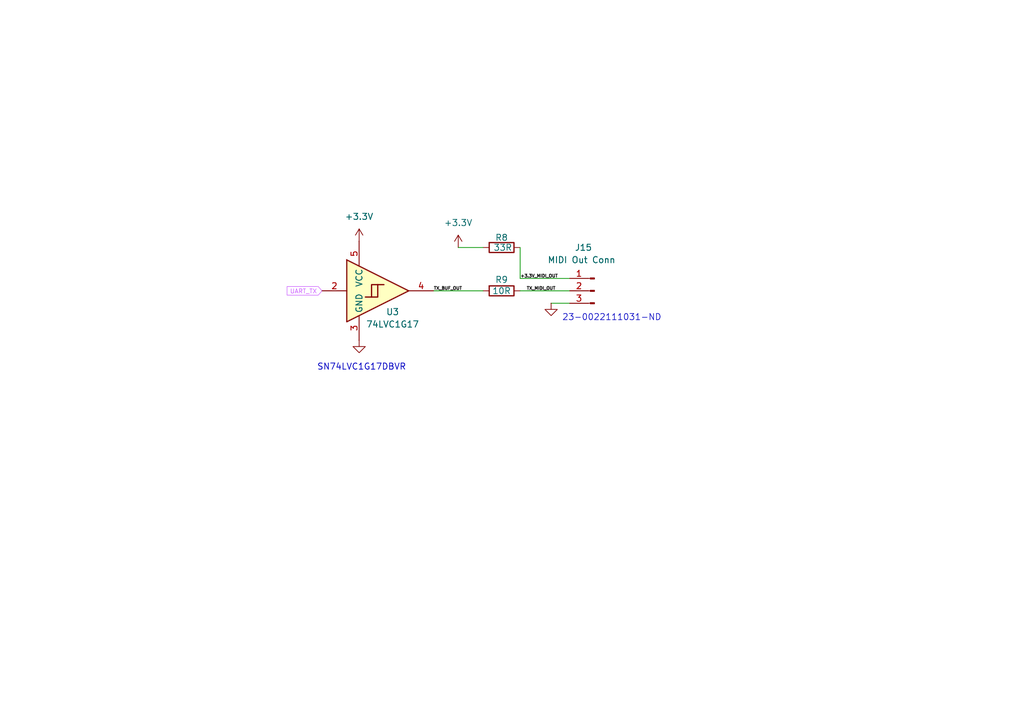
<source format=kicad_sch>
(kicad_sch
	(version 20231120)
	(generator "eeschema")
	(generator_version "8.0")
	(uuid "98899987-c628-4180-a51a-c8627c261eb9")
	(paper "A5")
	(lib_symbols
		(symbol "74xGxx:74LVC1G17"
			(exclude_from_sim no)
			(in_bom yes)
			(on_board yes)
			(property "Reference" "U"
				(at 0 3.81 0)
				(effects
					(font
						(size 1.27 1.27)
					)
					(justify left)
				)
			)
			(property "Value" "74LVC1G17"
				(at 0 -3.81 0)
				(effects
					(font
						(size 1.27 1.27)
					)
					(justify left)
				)
			)
			(property "Footprint" ""
				(at -2.54 0 0)
				(effects
					(font
						(size 1.27 1.27)
					)
					(hide yes)
				)
			)
			(property "Datasheet" "https://www.ti.com/lit/ds/symlink/sn74lvc1g17.pdf"
				(at 0 -6.35 0)
				(effects
					(font
						(size 1.27 1.27)
					)
					(justify left)
					(hide yes)
				)
			)
			(property "Description" "Single Schmitt Buffer Gate, Low-Voltage CMOS"
				(at 0 0 0)
				(effects
					(font
						(size 1.27 1.27)
					)
					(hide yes)
				)
			)
			(property "ki_keywords" "Single Gate Buff Schmitt LVC CMOS"
				(at 0 0 0)
				(effects
					(font
						(size 1.27 1.27)
					)
					(hide yes)
				)
			)
			(property "ki_fp_filters" "SOT?23* SOT?553* Texas?R-PDSO-G5?DCK* Texas?R-PDSO-N5?DRL* Texas?X2SON*0.8x0.8mm*P0.48mm*"
				(at 0 0 0)
				(effects
					(font
						(size 1.27 1.27)
					)
					(hide yes)
				)
			)
			(symbol "74LVC1G17_0_1"
				(polyline
					(pts
						(xy -7.62 6.35) (xy -7.62 -6.35) (xy 5.08 0) (xy -7.62 6.35)
					)
					(stroke
						(width 0.254)
						(type default)
					)
					(fill
						(type background)
					)
				)
				(polyline
					(pts
						(xy -3.81 -1.27) (xy -2.54 -1.27) (xy -2.54 1.27) (xy -1.27 1.27)
					)
					(stroke
						(width 0.254)
						(type default)
					)
					(fill
						(type background)
					)
				)
				(polyline
					(pts
						(xy -2.54 -1.27) (xy -1.27 -1.27) (xy -1.27 1.27) (xy 0 1.27)
					)
					(stroke
						(width 0.254)
						(type default)
					)
					(fill
						(type background)
					)
				)
			)
			(symbol "74LVC1G17_1_1"
				(pin no_connect line
					(at -7.62 5.08 180)
					(length 5.08) hide
					(name "NC"
						(effects
							(font
								(size 1.27 1.27)
							)
						)
					)
					(number "1"
						(effects
							(font
								(size 1.27 1.27)
							)
						)
					)
				)
				(pin input line
					(at -12.7 0 0)
					(length 5.08)
					(name "~"
						(effects
							(font
								(size 1.27 1.27)
							)
						)
					)
					(number "2"
						(effects
							(font
								(size 1.27 1.27)
							)
						)
					)
				)
				(pin power_in line
					(at -5.08 -10.16 90)
					(length 5.08)
					(name "GND"
						(effects
							(font
								(size 1.27 1.27)
							)
						)
					)
					(number "3"
						(effects
							(font
								(size 1.27 1.27)
							)
						)
					)
				)
				(pin output line
					(at 10.16 0 180)
					(length 5.08)
					(name "~"
						(effects
							(font
								(size 1.27 1.27)
							)
						)
					)
					(number "4"
						(effects
							(font
								(size 1.27 1.27)
							)
						)
					)
				)
				(pin power_in line
					(at -5.08 10.16 270)
					(length 5.08)
					(name "VCC"
						(effects
							(font
								(size 1.27 1.27)
							)
						)
					)
					(number "5"
						(effects
							(font
								(size 1.27 1.27)
							)
						)
					)
				)
			)
		)
		(symbol "Connector:Conn_01x03_Pin"
			(pin_names
				(offset 1.016) hide)
			(exclude_from_sim no)
			(in_bom yes)
			(on_board yes)
			(property "Reference" "J"
				(at 0 5.08 0)
				(effects
					(font
						(size 1.27 1.27)
					)
				)
			)
			(property "Value" "Conn_01x03_Pin"
				(at 0 -5.08 0)
				(effects
					(font
						(size 1.27 1.27)
					)
				)
			)
			(property "Footprint" ""
				(at 0 0 0)
				(effects
					(font
						(size 1.27 1.27)
					)
					(hide yes)
				)
			)
			(property "Datasheet" "~"
				(at 0 0 0)
				(effects
					(font
						(size 1.27 1.27)
					)
					(hide yes)
				)
			)
			(property "Description" "Generic connector, single row, 01x03, script generated"
				(at 0 0 0)
				(effects
					(font
						(size 1.27 1.27)
					)
					(hide yes)
				)
			)
			(property "ki_locked" ""
				(at 0 0 0)
				(effects
					(font
						(size 1.27 1.27)
					)
				)
			)
			(property "ki_keywords" "connector"
				(at 0 0 0)
				(effects
					(font
						(size 1.27 1.27)
					)
					(hide yes)
				)
			)
			(property "ki_fp_filters" "Connector*:*_1x??_*"
				(at 0 0 0)
				(effects
					(font
						(size 1.27 1.27)
					)
					(hide yes)
				)
			)
			(symbol "Conn_01x03_Pin_1_1"
				(polyline
					(pts
						(xy 1.27 -2.54) (xy 0.8636 -2.54)
					)
					(stroke
						(width 0.1524)
						(type default)
					)
					(fill
						(type none)
					)
				)
				(polyline
					(pts
						(xy 1.27 0) (xy 0.8636 0)
					)
					(stroke
						(width 0.1524)
						(type default)
					)
					(fill
						(type none)
					)
				)
				(polyline
					(pts
						(xy 1.27 2.54) (xy 0.8636 2.54)
					)
					(stroke
						(width 0.1524)
						(type default)
					)
					(fill
						(type none)
					)
				)
				(rectangle
					(start 0.8636 -2.413)
					(end 0 -2.667)
					(stroke
						(width 0.1524)
						(type default)
					)
					(fill
						(type outline)
					)
				)
				(rectangle
					(start 0.8636 0.127)
					(end 0 -0.127)
					(stroke
						(width 0.1524)
						(type default)
					)
					(fill
						(type outline)
					)
				)
				(rectangle
					(start 0.8636 2.667)
					(end 0 2.413)
					(stroke
						(width 0.1524)
						(type default)
					)
					(fill
						(type outline)
					)
				)
				(pin passive line
					(at 5.08 2.54 180)
					(length 3.81)
					(name "Pin_1"
						(effects
							(font
								(size 1.27 1.27)
							)
						)
					)
					(number "1"
						(effects
							(font
								(size 1.27 1.27)
							)
						)
					)
				)
				(pin passive line
					(at 5.08 0 180)
					(length 3.81)
					(name "Pin_2"
						(effects
							(font
								(size 1.27 1.27)
							)
						)
					)
					(number "2"
						(effects
							(font
								(size 1.27 1.27)
							)
						)
					)
				)
				(pin passive line
					(at 5.08 -2.54 180)
					(length 3.81)
					(name "Pin_3"
						(effects
							(font
								(size 1.27 1.27)
							)
						)
					)
					(number "3"
						(effects
							(font
								(size 1.27 1.27)
							)
						)
					)
				)
			)
		)
		(symbol "Device:R"
			(pin_numbers hide)
			(pin_names
				(offset 0)
			)
			(exclude_from_sim no)
			(in_bom yes)
			(on_board yes)
			(property "Reference" "R"
				(at 2.032 0 90)
				(effects
					(font
						(size 1.27 1.27)
					)
				)
			)
			(property "Value" "R"
				(at 0 0 90)
				(effects
					(font
						(size 1.27 1.27)
					)
				)
			)
			(property "Footprint" ""
				(at -1.778 0 90)
				(effects
					(font
						(size 1.27 1.27)
					)
					(hide yes)
				)
			)
			(property "Datasheet" "~"
				(at 0 0 0)
				(effects
					(font
						(size 1.27 1.27)
					)
					(hide yes)
				)
			)
			(property "Description" "Resistor"
				(at 0 0 0)
				(effects
					(font
						(size 1.27 1.27)
					)
					(hide yes)
				)
			)
			(property "ki_keywords" "R res resistor"
				(at 0 0 0)
				(effects
					(font
						(size 1.27 1.27)
					)
					(hide yes)
				)
			)
			(property "ki_fp_filters" "R_*"
				(at 0 0 0)
				(effects
					(font
						(size 1.27 1.27)
					)
					(hide yes)
				)
			)
			(symbol "R_0_1"
				(rectangle
					(start -1.016 -2.54)
					(end 1.016 2.54)
					(stroke
						(width 0.254)
						(type default)
					)
					(fill
						(type none)
					)
				)
			)
			(symbol "R_1_1"
				(pin passive line
					(at 0 3.81 270)
					(length 1.27)
					(name "~"
						(effects
							(font
								(size 1.27 1.27)
							)
						)
					)
					(number "1"
						(effects
							(font
								(size 1.27 1.27)
							)
						)
					)
				)
				(pin passive line
					(at 0 -3.81 90)
					(length 1.27)
					(name "~"
						(effects
							(font
								(size 1.27 1.27)
							)
						)
					)
					(number "2"
						(effects
							(font
								(size 1.27 1.27)
							)
						)
					)
				)
			)
		)
		(symbol "power:+3.3V"
			(power)
			(pin_numbers hide)
			(pin_names
				(offset 0) hide)
			(exclude_from_sim no)
			(in_bom yes)
			(on_board yes)
			(property "Reference" "#PWR"
				(at 0 -3.81 0)
				(effects
					(font
						(size 1.27 1.27)
					)
					(hide yes)
				)
			)
			(property "Value" "+3.3V"
				(at 0 3.556 0)
				(effects
					(font
						(size 1.27 1.27)
					)
				)
			)
			(property "Footprint" ""
				(at 0 0 0)
				(effects
					(font
						(size 1.27 1.27)
					)
					(hide yes)
				)
			)
			(property "Datasheet" ""
				(at 0 0 0)
				(effects
					(font
						(size 1.27 1.27)
					)
					(hide yes)
				)
			)
			(property "Description" "Power symbol creates a global label with name \"+3.3V\""
				(at 0 0 0)
				(effects
					(font
						(size 1.27 1.27)
					)
					(hide yes)
				)
			)
			(property "ki_keywords" "global power"
				(at 0 0 0)
				(effects
					(font
						(size 1.27 1.27)
					)
					(hide yes)
				)
			)
			(symbol "+3.3V_0_1"
				(polyline
					(pts
						(xy -0.762 1.27) (xy 0 2.54)
					)
					(stroke
						(width 0)
						(type default)
					)
					(fill
						(type none)
					)
				)
				(polyline
					(pts
						(xy 0 0) (xy 0 2.54)
					)
					(stroke
						(width 0)
						(type default)
					)
					(fill
						(type none)
					)
				)
				(polyline
					(pts
						(xy 0 2.54) (xy 0.762 1.27)
					)
					(stroke
						(width 0)
						(type default)
					)
					(fill
						(type none)
					)
				)
			)
			(symbol "+3.3V_1_1"
				(pin power_in line
					(at 0 0 90)
					(length 0)
					(name "~"
						(effects
							(font
								(size 1.27 1.27)
							)
						)
					)
					(number "1"
						(effects
							(font
								(size 1.27 1.27)
							)
						)
					)
				)
			)
		)
		(symbol "power:GND"
			(power)
			(pin_numbers hide)
			(pin_names
				(offset 0) hide)
			(exclude_from_sim no)
			(in_bom yes)
			(on_board yes)
			(property "Reference" "#PWR"
				(at 0 -6.35 0)
				(effects
					(font
						(size 1.27 1.27)
					)
					(hide yes)
				)
			)
			(property "Value" "GND"
				(at 0 -3.81 0)
				(effects
					(font
						(size 1.27 1.27)
					)
				)
			)
			(property "Footprint" ""
				(at 0 0 0)
				(effects
					(font
						(size 1.27 1.27)
					)
					(hide yes)
				)
			)
			(property "Datasheet" ""
				(at 0 0 0)
				(effects
					(font
						(size 1.27 1.27)
					)
					(hide yes)
				)
			)
			(property "Description" "Power symbol creates a global label with name \"GND\" , ground"
				(at 0 0 0)
				(effects
					(font
						(size 1.27 1.27)
					)
					(hide yes)
				)
			)
			(property "ki_keywords" "global power"
				(at 0 0 0)
				(effects
					(font
						(size 1.27 1.27)
					)
					(hide yes)
				)
			)
			(symbol "GND_0_1"
				(polyline
					(pts
						(xy 0 0) (xy 0 -1.27) (xy 1.27 -1.27) (xy 0 -2.54) (xy -1.27 -1.27) (xy 0 -1.27)
					)
					(stroke
						(width 0)
						(type default)
					)
					(fill
						(type none)
					)
				)
			)
			(symbol "GND_1_1"
				(pin power_in line
					(at 0 0 270)
					(length 0)
					(name "~"
						(effects
							(font
								(size 1.27 1.27)
							)
						)
					)
					(number "1"
						(effects
							(font
								(size 1.27 1.27)
							)
						)
					)
				)
			)
		)
	)
	(wire
		(pts
			(xy 106.68 59.69) (xy 116.84 59.69)
		)
		(stroke
			(width 0)
			(type default)
		)
		(uuid "0627dd7b-79e8-4efa-a1e9-2cd7cb788d75")
	)
	(wire
		(pts
			(xy 106.68 50.8) (xy 106.68 57.15)
		)
		(stroke
			(width 0)
			(type default)
		)
		(uuid "540f4517-909b-4685-b348-2f0a2687786b")
	)
	(wire
		(pts
			(xy 106.68 57.15) (xy 116.84 57.15)
		)
		(stroke
			(width 0)
			(type default)
		)
		(uuid "6248d692-62a5-48bd-8308-983c880ab94e")
	)
	(wire
		(pts
			(xy 113.03 62.23) (xy 116.84 62.23)
		)
		(stroke
			(width 0)
			(type default)
		)
		(uuid "ecbc3b34-1b58-4904-b86e-58993f869064")
	)
	(wire
		(pts
			(xy 93.98 50.8) (xy 99.06 50.8)
		)
		(stroke
			(width 0)
			(type default)
		)
		(uuid "f071d948-dfc5-47af-b6e4-da4ddfd803cc")
	)
	(wire
		(pts
			(xy 88.9 59.69) (xy 99.06 59.69)
		)
		(stroke
			(width 0)
			(type default)
		)
		(uuid "f8d1a009-cce5-48a8-b5e3-65e97f6a07b0")
	)
	(text "23-0022111031-ND"
		(exclude_from_sim no)
		(at 125.476 65.278 0)
		(effects
			(font
				(size 1.27 1.27)
				(thickness 0.127)
				(bold yes)
			)
		)
		(uuid "8834c4f4-6f9c-47fa-9f73-d405b3949e91")
	)
	(text "SN74LVC1G17DBVR"
		(exclude_from_sim no)
		(at 74.168 75.438 0)
		(effects
			(font
				(size 1.27 1.27)
			)
		)
		(uuid "d796c8fc-fdc7-46c3-a23a-be900426a431")
	)
	(label "TX_MIDI_OUT"
		(at 107.95 59.69 0)
		(effects
			(font
				(size 0.635 0.635)
			)
			(justify left bottom)
		)
		(uuid "080cd142-91ff-464d-a054-7849fa3d337c")
	)
	(label "TX_BUF_OUT"
		(at 88.9 59.69 0)
		(effects
			(font
				(size 0.635 0.635)
			)
			(justify left bottom)
		)
		(uuid "8aedf70c-007d-4921-ab68-8ecc3ec265a9")
	)
	(label "+3.3V_MIDI_OUT"
		(at 106.68 57.15 0)
		(effects
			(font
				(size 0.635 0.635)
			)
			(justify left bottom)
		)
		(uuid "8da9c6be-966c-4e5c-9bc2-e6a2ef48c121")
	)
	(global_label "UART_TX"
		(shape input)
		(at 66.04 59.69 180)
		(fields_autoplaced yes)
		(effects
			(font
				(size 0.889 0.889)
				(thickness 0.1111)
				(color 204 95 255 1)
			)
			(justify right)
		)
		(uuid "417a15a7-9b52-45fb-9c41-86a7c8a8dc09")
		(property "Intersheetrefs" "${INTERSHEET_REFS}"
			(at 58.4896 59.69 0)
			(effects
				(font
					(size 1.27 1.27)
				)
				(justify right)
				(hide yes)
			)
		)
	)
	(symbol
		(lib_id "power:GND")
		(at 73.66 69.85 0)
		(unit 1)
		(exclude_from_sim no)
		(in_bom yes)
		(on_board yes)
		(dnp no)
		(fields_autoplaced yes)
		(uuid "14ca666f-a5b6-4112-b95d-541bc045164e")
		(property "Reference" "#PWR038"
			(at 73.66 76.2 0)
			(effects
				(font
					(size 1.27 1.27)
				)
				(hide yes)
			)
		)
		(property "Value" "GND"
			(at 73.66 74.93 0)
			(effects
				(font
					(size 1.27 1.27)
				)
				(hide yes)
			)
		)
		(property "Footprint" ""
			(at 73.66 69.85 0)
			(effects
				(font
					(size 1.27 1.27)
				)
				(hide yes)
			)
		)
		(property "Datasheet" ""
			(at 73.66 69.85 0)
			(effects
				(font
					(size 1.27 1.27)
				)
				(hide yes)
			)
		)
		(property "Description" "Power symbol creates a global label with name \"GND\" , ground"
			(at 73.66 69.85 0)
			(effects
				(font
					(size 1.27 1.27)
				)
				(hide yes)
			)
		)
		(pin "1"
			(uuid "9ebae86e-6d97-4a2a-b22c-29060c3c77fc")
		)
		(instances
			(project "ControllerPCB"
				(path "/b6b9154e-ee88-44ea-8b68-6c4328b55066/3d1f8010-af48-4a48-807c-a6cd14f7ebca"
					(reference "#PWR038")
					(unit 1)
				)
			)
		)
	)
	(symbol
		(lib_id "power:GND")
		(at 113.03 62.23 0)
		(unit 1)
		(exclude_from_sim no)
		(in_bom yes)
		(on_board yes)
		(dnp no)
		(fields_autoplaced yes)
		(uuid "4937352a-b2ca-47cd-8e59-a5532f43a0f2")
		(property "Reference" "#PWR040"
			(at 113.03 68.58 0)
			(effects
				(font
					(size 1.27 1.27)
				)
				(hide yes)
			)
		)
		(property "Value" "GND"
			(at 113.03 67.31 0)
			(effects
				(font
					(size 1.27 1.27)
				)
				(hide yes)
			)
		)
		(property "Footprint" ""
			(at 113.03 62.23 0)
			(effects
				(font
					(size 1.27 1.27)
				)
				(hide yes)
			)
		)
		(property "Datasheet" ""
			(at 113.03 62.23 0)
			(effects
				(font
					(size 1.27 1.27)
				)
				(hide yes)
			)
		)
		(property "Description" "Power symbol creates a global label with name \"GND\" , ground"
			(at 113.03 62.23 0)
			(effects
				(font
					(size 1.27 1.27)
				)
				(hide yes)
			)
		)
		(pin "1"
			(uuid "3d3e6bfd-f3fd-420b-94c5-7c5b762d6c0a")
		)
		(instances
			(project "ControllerPCB"
				(path "/b6b9154e-ee88-44ea-8b68-6c4328b55066/3d1f8010-af48-4a48-807c-a6cd14f7ebca"
					(reference "#PWR040")
					(unit 1)
				)
			)
		)
	)
	(symbol
		(lib_id "Device:R")
		(at 102.87 50.8 90)
		(unit 1)
		(exclude_from_sim no)
		(in_bom yes)
		(on_board yes)
		(dnp no)
		(uuid "882c60e0-bf15-4abc-8fc2-ea5c52f18b49")
		(property "Reference" "R8"
			(at 102.87 48.768 90)
			(effects
				(font
					(size 1.27 1.27)
				)
			)
		)
		(property "Value" "33R"
			(at 103.124 50.8 90)
			(effects
				(font
					(size 1.27 1.27)
				)
			)
		)
		(property "Footprint" "Resistor_SMD:R_0402_1005Metric"
			(at 102.87 52.578 90)
			(effects
				(font
					(size 1.27 1.27)
				)
				(hide yes)
			)
		)
		(property "Datasheet" "~"
			(at 102.87 50.8 0)
			(effects
				(font
					(size 1.27 1.27)
				)
				(hide yes)
			)
		)
		(property "Description" "Resistor"
			(at 102.87 50.8 0)
			(effects
				(font
					(size 1.27 1.27)
				)
				(hide yes)
			)
		)
		(pin "1"
			(uuid "f8fd2c78-1f39-4150-93df-91f854e19450")
		)
		(pin "2"
			(uuid "35f7731a-506a-44f1-b5ea-c5e0e0bf711c")
		)
		(instances
			(project "ControllerPCB"
				(path "/b6b9154e-ee88-44ea-8b68-6c4328b55066/3d1f8010-af48-4a48-807c-a6cd14f7ebca"
					(reference "R8")
					(unit 1)
				)
			)
		)
	)
	(symbol
		(lib_id "power:+3.3V")
		(at 93.98 50.8 0)
		(mirror y)
		(unit 1)
		(exclude_from_sim no)
		(in_bom yes)
		(on_board yes)
		(dnp no)
		(uuid "a851d7a8-2d58-4e35-8484-12abbbe44a4e")
		(property "Reference" "#PWR039"
			(at 93.98 54.61 0)
			(effects
				(font
					(size 1.27 1.27)
				)
				(hide yes)
			)
		)
		(property "Value" "+3.3V"
			(at 93.98 45.72 0)
			(effects
				(font
					(size 1.27 1.27)
				)
			)
		)
		(property "Footprint" ""
			(at 93.98 50.8 0)
			(effects
				(font
					(size 1.27 1.27)
				)
				(hide yes)
			)
		)
		(property "Datasheet" ""
			(at 93.98 50.8 0)
			(effects
				(font
					(size 1.27 1.27)
				)
				(hide yes)
			)
		)
		(property "Description" "Power symbol creates a global label with name \"+3.3V\""
			(at 93.98 50.8 0)
			(effects
				(font
					(size 1.27 1.27)
				)
				(hide yes)
			)
		)
		(pin "1"
			(uuid "1fd2e9be-882a-4519-a097-36c9c96e0d81")
		)
		(instances
			(project "ControllerPCB"
				(path "/b6b9154e-ee88-44ea-8b68-6c4328b55066/3d1f8010-af48-4a48-807c-a6cd14f7ebca"
					(reference "#PWR039")
					(unit 1)
				)
			)
		)
	)
	(symbol
		(lib_id "power:+3.3V")
		(at 73.66 49.53 0)
		(mirror y)
		(unit 1)
		(exclude_from_sim no)
		(in_bom yes)
		(on_board yes)
		(dnp no)
		(uuid "b6ba8a1e-ae68-4483-9f6c-ba8a656373d8")
		(property "Reference" "#PWR037"
			(at 73.66 53.34 0)
			(effects
				(font
					(size 1.27 1.27)
				)
				(hide yes)
			)
		)
		(property "Value" "+3.3V"
			(at 73.66 44.45 0)
			(effects
				(font
					(size 1.27 1.27)
				)
			)
		)
		(property "Footprint" ""
			(at 73.66 49.53 0)
			(effects
				(font
					(size 1.27 1.27)
				)
				(hide yes)
			)
		)
		(property "Datasheet" ""
			(at 73.66 49.53 0)
			(effects
				(font
					(size 1.27 1.27)
				)
				(hide yes)
			)
		)
		(property "Description" "Power symbol creates a global label with name \"+3.3V\""
			(at 73.66 49.53 0)
			(effects
				(font
					(size 1.27 1.27)
				)
				(hide yes)
			)
		)
		(pin "1"
			(uuid "1d75092d-aeb1-452c-98bd-9df140b21da1")
		)
		(instances
			(project "ControllerPCB"
				(path "/b6b9154e-ee88-44ea-8b68-6c4328b55066/3d1f8010-af48-4a48-807c-a6cd14f7ebca"
					(reference "#PWR037")
					(unit 1)
				)
			)
		)
	)
	(symbol
		(lib_id "Device:R")
		(at 102.87 59.69 90)
		(unit 1)
		(exclude_from_sim no)
		(in_bom yes)
		(on_board yes)
		(dnp no)
		(uuid "c0d8d6ea-1e55-4805-adff-20e1d86c2565")
		(property "Reference" "R9"
			(at 102.87 57.404 90)
			(effects
				(font
					(size 1.27 1.27)
				)
			)
		)
		(property "Value" "10R"
			(at 102.87 59.69 90)
			(effects
				(font
					(size 1.27 1.27)
				)
			)
		)
		(property "Footprint" "Resistor_SMD:R_0402_1005Metric"
			(at 102.87 61.468 90)
			(effects
				(font
					(size 1.27 1.27)
				)
				(hide yes)
			)
		)
		(property "Datasheet" "~"
			(at 102.87 59.69 0)
			(effects
				(font
					(size 1.27 1.27)
				)
				(hide yes)
			)
		)
		(property "Description" "Resistor"
			(at 102.87 59.69 0)
			(effects
				(font
					(size 1.27 1.27)
				)
				(hide yes)
			)
		)
		(pin "1"
			(uuid "a58b7f46-db1e-4c45-ae2c-4c726a5cb626")
		)
		(pin "2"
			(uuid "b7ec1fd1-3119-4d77-bd3f-bff272913bf8")
		)
		(instances
			(project "ControllerPCB"
				(path "/b6b9154e-ee88-44ea-8b68-6c4328b55066/3d1f8010-af48-4a48-807c-a6cd14f7ebca"
					(reference "R9")
					(unit 1)
				)
			)
		)
	)
	(symbol
		(lib_id "Connector:Conn_01x03_Pin")
		(at 121.92 59.69 0)
		(mirror y)
		(unit 1)
		(exclude_from_sim no)
		(in_bom yes)
		(on_board yes)
		(dnp no)
		(uuid "c4664ba8-80f8-4567-832f-576985885996")
		(property "Reference" "J15"
			(at 117.856 50.8 0)
			(effects
				(font
					(size 1.27 1.27)
				)
				(justify right)
			)
		)
		(property "Value" "MIDI Out Conn"
			(at 112.268 53.34 0)
			(effects
				(font
					(size 1.27 1.27)
				)
				(justify right)
			)
		)
		(property "Footprint" "22292031:CONN_AE-6410-03A_MOL"
			(at 121.92 59.69 0)
			(effects
				(font
					(size 1.27 1.27)
				)
				(hide yes)
			)
		)
		(property "Datasheet" "~"
			(at 121.92 59.69 0)
			(effects
				(font
					(size 1.27 1.27)
				)
				(hide yes)
			)
		)
		(property "Description" "Generic connector, single row, 01x03, script generated"
			(at 121.92 59.69 0)
			(effects
				(font
					(size 1.27 1.27)
				)
				(hide yes)
			)
		)
		(pin "3"
			(uuid "bb7dbdef-73ec-43bf-a647-25df0f62df70")
		)
		(pin "1"
			(uuid "70d3e260-901d-4286-87f6-3e465c3765bb")
		)
		(pin "2"
			(uuid "dc9cc014-5e58-41b4-a918-ce091683d51e")
		)
		(instances
			(project "ControllerPCB"
				(path "/b6b9154e-ee88-44ea-8b68-6c4328b55066/3d1f8010-af48-4a48-807c-a6cd14f7ebca"
					(reference "J15")
					(unit 1)
				)
			)
		)
	)
	(symbol
		(lib_id "74xGxx:74LVC1G17")
		(at 78.74 59.69 0)
		(unit 1)
		(exclude_from_sim no)
		(in_bom yes)
		(on_board yes)
		(dnp no)
		(uuid "d44b031e-0137-4728-b9d9-b4dbbc65ace2")
		(property "Reference" "U3"
			(at 80.518 64.008 0)
			(effects
				(font
					(size 1.27 1.27)
				)
			)
		)
		(property "Value" "74LVC1G17"
			(at 80.518 66.548 0)
			(effects
				(font
					(size 1.27 1.27)
				)
			)
		)
		(property "Footprint" "SN74LVC1G17DBVR:SOT95P280X145-5N"
			(at 76.2 59.69 0)
			(effects
				(font
					(size 1.27 1.27)
				)
				(hide yes)
			)
		)
		(property "Datasheet" "https://www.ti.com/lit/ds/symlink/sn74lvc1g17.pdf"
			(at 78.74 66.04 0)
			(effects
				(font
					(size 1.27 1.27)
				)
				(justify left)
				(hide yes)
			)
		)
		(property "Description" "Single Schmitt Buffer Gate, Low-Voltage CMOS"
			(at 78.74 59.69 0)
			(effects
				(font
					(size 1.27 1.27)
				)
				(hide yes)
			)
		)
		(pin "2"
			(uuid "5aa9acfa-e13c-42a9-96a9-c5cfc2839da0")
		)
		(pin "5"
			(uuid "725bee52-038f-4890-9a00-94b7d68e2249")
		)
		(pin "1"
			(uuid "2898c7f1-3587-47b6-84a1-ee871a5e442e")
		)
		(pin "3"
			(uuid "4f02caef-106a-4dd3-8b63-f7029dd7b64a")
		)
		(pin "4"
			(uuid "85b364b8-25c2-4187-9c74-155e535bc1bb")
		)
		(instances
			(project "ControllerPCB"
				(path "/b6b9154e-ee88-44ea-8b68-6c4328b55066/3d1f8010-af48-4a48-807c-a6cd14f7ebca"
					(reference "U3")
					(unit 1)
				)
			)
		)
	)
)

</source>
